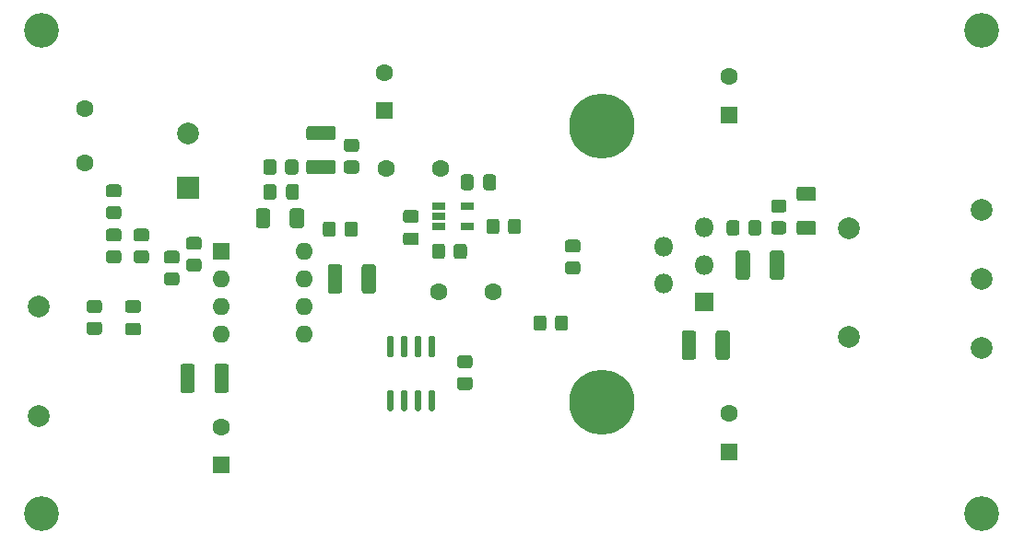
<source format=gbr>
G04 #@! TF.GenerationSoftware,KiCad,Pcbnew,(5.1.9-0-10_14)*
G04 #@! TF.CreationDate,2021-02-21T16:21:15+01:00*
G04 #@! TF.ProjectId,lt1115-phono-mm-mc,6c743131-3135-42d7-9068-6f6e6f2d6d6d,rev?*
G04 #@! TF.SameCoordinates,Original*
G04 #@! TF.FileFunction,Soldermask,Top*
G04 #@! TF.FilePolarity,Negative*
%FSLAX46Y46*%
G04 Gerber Fmt 4.6, Leading zero omitted, Abs format (unit mm)*
G04 Created by KiCad (PCBNEW (5.1.9-0-10_14)) date 2021-02-21 16:21:15*
%MOMM*%
%LPD*%
G01*
G04 APERTURE LIST*
%ADD10C,3.200000*%
%ADD11R,1.220000X0.650000*%
%ADD12O,1.800000X1.800000*%
%ADD13R,1.800000X1.800000*%
%ADD14O,1.600000X1.600000*%
%ADD15R,1.600000X1.600000*%
%ADD16C,2.000000*%
%ADD17C,6.000000*%
%ADD18C,1.600000*%
%ADD19R,2.000000X2.000000*%
G04 APERTURE END LIST*
D10*
X171450000Y-138430000D03*
X85090000Y-138430000D03*
X171450000Y-93980000D03*
X85090000Y-93980000D03*
D11*
X124206000Y-110114000D03*
X124206000Y-112014000D03*
X121586000Y-112014000D03*
X121586000Y-111064000D03*
X121586000Y-110114000D03*
D12*
X145923000Y-112135500D03*
X142223000Y-113835500D03*
X145923000Y-115535500D03*
X142223000Y-117235500D03*
D13*
X145923000Y-118935500D03*
G36*
G01*
X120754000Y-127041000D02*
X121054000Y-127041000D01*
G75*
G02*
X121204000Y-127191000I0J-150000D01*
G01*
X121204000Y-128841000D01*
G75*
G02*
X121054000Y-128991000I-150000J0D01*
G01*
X120754000Y-128991000D01*
G75*
G02*
X120604000Y-128841000I0J150000D01*
G01*
X120604000Y-127191000D01*
G75*
G02*
X120754000Y-127041000I150000J0D01*
G01*
G37*
G36*
G01*
X119484000Y-127041000D02*
X119784000Y-127041000D01*
G75*
G02*
X119934000Y-127191000I0J-150000D01*
G01*
X119934000Y-128841000D01*
G75*
G02*
X119784000Y-128991000I-150000J0D01*
G01*
X119484000Y-128991000D01*
G75*
G02*
X119334000Y-128841000I0J150000D01*
G01*
X119334000Y-127191000D01*
G75*
G02*
X119484000Y-127041000I150000J0D01*
G01*
G37*
G36*
G01*
X118214000Y-127041000D02*
X118514000Y-127041000D01*
G75*
G02*
X118664000Y-127191000I0J-150000D01*
G01*
X118664000Y-128841000D01*
G75*
G02*
X118514000Y-128991000I-150000J0D01*
G01*
X118214000Y-128991000D01*
G75*
G02*
X118064000Y-128841000I0J150000D01*
G01*
X118064000Y-127191000D01*
G75*
G02*
X118214000Y-127041000I150000J0D01*
G01*
G37*
G36*
G01*
X116944000Y-127041000D02*
X117244000Y-127041000D01*
G75*
G02*
X117394000Y-127191000I0J-150000D01*
G01*
X117394000Y-128841000D01*
G75*
G02*
X117244000Y-128991000I-150000J0D01*
G01*
X116944000Y-128991000D01*
G75*
G02*
X116794000Y-128841000I0J150000D01*
G01*
X116794000Y-127191000D01*
G75*
G02*
X116944000Y-127041000I150000J0D01*
G01*
G37*
G36*
G01*
X116944000Y-122091000D02*
X117244000Y-122091000D01*
G75*
G02*
X117394000Y-122241000I0J-150000D01*
G01*
X117394000Y-123891000D01*
G75*
G02*
X117244000Y-124041000I-150000J0D01*
G01*
X116944000Y-124041000D01*
G75*
G02*
X116794000Y-123891000I0J150000D01*
G01*
X116794000Y-122241000D01*
G75*
G02*
X116944000Y-122091000I150000J0D01*
G01*
G37*
G36*
G01*
X118214000Y-122091000D02*
X118514000Y-122091000D01*
G75*
G02*
X118664000Y-122241000I0J-150000D01*
G01*
X118664000Y-123891000D01*
G75*
G02*
X118514000Y-124041000I-150000J0D01*
G01*
X118214000Y-124041000D01*
G75*
G02*
X118064000Y-123891000I0J150000D01*
G01*
X118064000Y-122241000D01*
G75*
G02*
X118214000Y-122091000I150000J0D01*
G01*
G37*
G36*
G01*
X119484000Y-122091000D02*
X119784000Y-122091000D01*
G75*
G02*
X119934000Y-122241000I0J-150000D01*
G01*
X119934000Y-123891000D01*
G75*
G02*
X119784000Y-124041000I-150000J0D01*
G01*
X119484000Y-124041000D01*
G75*
G02*
X119334000Y-123891000I0J150000D01*
G01*
X119334000Y-122241000D01*
G75*
G02*
X119484000Y-122091000I150000J0D01*
G01*
G37*
G36*
G01*
X120754000Y-122091000D02*
X121054000Y-122091000D01*
G75*
G02*
X121204000Y-122241000I0J-150000D01*
G01*
X121204000Y-123891000D01*
G75*
G02*
X121054000Y-124041000I-150000J0D01*
G01*
X120754000Y-124041000D01*
G75*
G02*
X120604000Y-123891000I0J150000D01*
G01*
X120604000Y-122241000D01*
G75*
G02*
X120754000Y-122091000I150000J0D01*
G01*
G37*
D14*
X109220000Y-114300000D03*
X101600000Y-121920000D03*
X109220000Y-116840000D03*
X101600000Y-119380000D03*
X109220000Y-119380000D03*
X101600000Y-116840000D03*
X109220000Y-121920000D03*
D15*
X101600000Y-114300000D03*
G36*
G01*
X127924000Y-112464001D02*
X127924000Y-111563999D01*
G75*
G02*
X128173999Y-111314000I249999J0D01*
G01*
X128874001Y-111314000D01*
G75*
G02*
X129124000Y-111563999I0J-249999D01*
G01*
X129124000Y-112464001D01*
G75*
G02*
X128874001Y-112714000I-249999J0D01*
G01*
X128173999Y-112714000D01*
G75*
G02*
X127924000Y-112464001I0J249999D01*
G01*
G37*
G36*
G01*
X125924000Y-112464001D02*
X125924000Y-111563999D01*
G75*
G02*
X126173999Y-111314000I249999J0D01*
G01*
X126874001Y-111314000D01*
G75*
G02*
X127124000Y-111563999I0J-249999D01*
G01*
X127124000Y-112464001D01*
G75*
G02*
X126874001Y-112714000I-249999J0D01*
G01*
X126173999Y-112714000D01*
G75*
G02*
X125924000Y-112464001I0J249999D01*
G01*
G37*
G36*
G01*
X122939000Y-114750001D02*
X122939000Y-113849999D01*
G75*
G02*
X123188999Y-113600000I249999J0D01*
G01*
X123889001Y-113600000D01*
G75*
G02*
X124139000Y-113849999I0J-249999D01*
G01*
X124139000Y-114750001D01*
G75*
G02*
X123889001Y-115000000I-249999J0D01*
G01*
X123188999Y-115000000D01*
G75*
G02*
X122939000Y-114750001I0J249999D01*
G01*
G37*
G36*
G01*
X120939000Y-114750001D02*
X120939000Y-113849999D01*
G75*
G02*
X121188999Y-113600000I249999J0D01*
G01*
X121889001Y-113600000D01*
G75*
G02*
X122139000Y-113849999I0J-249999D01*
G01*
X122139000Y-114750001D01*
G75*
G02*
X121889001Y-115000000I-249999J0D01*
G01*
X121188999Y-115000000D01*
G75*
G02*
X120939000Y-114750001I0J249999D01*
G01*
G37*
G36*
G01*
X153231001Y-110741000D02*
X152330999Y-110741000D01*
G75*
G02*
X152081000Y-110491001I0J249999D01*
G01*
X152081000Y-109790999D01*
G75*
G02*
X152330999Y-109541000I249999J0D01*
G01*
X153231001Y-109541000D01*
G75*
G02*
X153481000Y-109790999I0J-249999D01*
G01*
X153481000Y-110491001D01*
G75*
G02*
X153231001Y-110741000I-249999J0D01*
G01*
G37*
G36*
G01*
X153231001Y-112741000D02*
X152330999Y-112741000D01*
G75*
G02*
X152081000Y-112491001I0J249999D01*
G01*
X152081000Y-111790999D01*
G75*
G02*
X152330999Y-111541000I249999J0D01*
G01*
X153231001Y-111541000D01*
G75*
G02*
X153481000Y-111790999I0J-249999D01*
G01*
X153481000Y-112491001D01*
G75*
G02*
X153231001Y-112741000I-249999J0D01*
G01*
G37*
G36*
G01*
X149190000Y-111690999D02*
X149190000Y-112591001D01*
G75*
G02*
X148940001Y-112841000I-249999J0D01*
G01*
X148239999Y-112841000D01*
G75*
G02*
X147990000Y-112591001I0J249999D01*
G01*
X147990000Y-111690999D01*
G75*
G02*
X148239999Y-111441000I249999J0D01*
G01*
X148940001Y-111441000D01*
G75*
G02*
X149190000Y-111690999I0J-249999D01*
G01*
G37*
G36*
G01*
X151190000Y-111690999D02*
X151190000Y-112591001D01*
G75*
G02*
X150940001Y-112841000I-249999J0D01*
G01*
X150239999Y-112841000D01*
G75*
G02*
X149990000Y-112591001I0J249999D01*
G01*
X149990000Y-111690999D01*
G75*
G02*
X150239999Y-111441000I249999J0D01*
G01*
X150940001Y-111441000D01*
G75*
G02*
X151190000Y-111690999I0J-249999D01*
G01*
G37*
G36*
G01*
X134308001Y-114424000D02*
X133407999Y-114424000D01*
G75*
G02*
X133158000Y-114174001I0J249999D01*
G01*
X133158000Y-113473999D01*
G75*
G02*
X133407999Y-113224000I249999J0D01*
G01*
X134308001Y-113224000D01*
G75*
G02*
X134558000Y-113473999I0J-249999D01*
G01*
X134558000Y-114174001D01*
G75*
G02*
X134308001Y-114424000I-249999J0D01*
G01*
G37*
G36*
G01*
X134308001Y-116424000D02*
X133407999Y-116424000D01*
G75*
G02*
X133158000Y-116174001I0J249999D01*
G01*
X133158000Y-115473999D01*
G75*
G02*
X133407999Y-115224000I249999J0D01*
G01*
X134308001Y-115224000D01*
G75*
G02*
X134558000Y-115473999I0J-249999D01*
G01*
X134558000Y-116174001D01*
G75*
G02*
X134308001Y-116424000I-249999J0D01*
G01*
G37*
G36*
G01*
X131442000Y-120453999D02*
X131442000Y-121354001D01*
G75*
G02*
X131192001Y-121604000I-249999J0D01*
G01*
X130491999Y-121604000D01*
G75*
G02*
X130242000Y-121354001I0J249999D01*
G01*
X130242000Y-120453999D01*
G75*
G02*
X130491999Y-120204000I249999J0D01*
G01*
X131192001Y-120204000D01*
G75*
G02*
X131442000Y-120453999I0J-249999D01*
G01*
G37*
G36*
G01*
X133442000Y-120453999D02*
X133442000Y-121354001D01*
G75*
G02*
X133192001Y-121604000I-249999J0D01*
G01*
X132491999Y-121604000D01*
G75*
G02*
X132242000Y-121354001I0J249999D01*
G01*
X132242000Y-120453999D01*
G75*
G02*
X132491999Y-120204000I249999J0D01*
G01*
X133192001Y-120204000D01*
G75*
G02*
X133442000Y-120453999I0J-249999D01*
G01*
G37*
G36*
G01*
X113087999Y-105953000D02*
X113988001Y-105953000D01*
G75*
G02*
X114238000Y-106202999I0J-249999D01*
G01*
X114238000Y-106903001D01*
G75*
G02*
X113988001Y-107153000I-249999J0D01*
G01*
X113087999Y-107153000D01*
G75*
G02*
X112838000Y-106903001I0J249999D01*
G01*
X112838000Y-106202999D01*
G75*
G02*
X113087999Y-105953000I249999J0D01*
G01*
G37*
G36*
G01*
X113087999Y-103953000D02*
X113988001Y-103953000D01*
G75*
G02*
X114238000Y-104202999I0J-249999D01*
G01*
X114238000Y-104903001D01*
G75*
G02*
X113988001Y-105153000I-249999J0D01*
G01*
X113087999Y-105153000D01*
G75*
G02*
X112838000Y-104903001I0J249999D01*
G01*
X112838000Y-104202999D01*
G75*
G02*
X113087999Y-103953000I249999J0D01*
G01*
G37*
G36*
G01*
X123501999Y-125860000D02*
X124402001Y-125860000D01*
G75*
G02*
X124652000Y-126109999I0J-249999D01*
G01*
X124652000Y-126810001D01*
G75*
G02*
X124402001Y-127060000I-249999J0D01*
G01*
X123501999Y-127060000D01*
G75*
G02*
X123252000Y-126810001I0J249999D01*
G01*
X123252000Y-126109999D01*
G75*
G02*
X123501999Y-125860000I249999J0D01*
G01*
G37*
G36*
G01*
X123501999Y-123860000D02*
X124402001Y-123860000D01*
G75*
G02*
X124652000Y-124109999I0J-249999D01*
G01*
X124652000Y-124810001D01*
G75*
G02*
X124402001Y-125060000I-249999J0D01*
G01*
X123501999Y-125060000D01*
G75*
G02*
X123252000Y-124810001I0J249999D01*
G01*
X123252000Y-124109999D01*
G75*
G02*
X123501999Y-123860000I249999J0D01*
G01*
G37*
G36*
G01*
X91243999Y-110144000D02*
X92144001Y-110144000D01*
G75*
G02*
X92394000Y-110393999I0J-249999D01*
G01*
X92394000Y-111094001D01*
G75*
G02*
X92144001Y-111344000I-249999J0D01*
G01*
X91243999Y-111344000D01*
G75*
G02*
X90994000Y-111094001I0J249999D01*
G01*
X90994000Y-110393999D01*
G75*
G02*
X91243999Y-110144000I249999J0D01*
G01*
G37*
G36*
G01*
X91243999Y-108144000D02*
X92144001Y-108144000D01*
G75*
G02*
X92394000Y-108393999I0J-249999D01*
G01*
X92394000Y-109094001D01*
G75*
G02*
X92144001Y-109344000I-249999J0D01*
G01*
X91243999Y-109344000D01*
G75*
G02*
X90994000Y-109094001I0J249999D01*
G01*
X90994000Y-108393999D01*
G75*
G02*
X91243999Y-108144000I249999J0D01*
G01*
G37*
G36*
G01*
X106645000Y-106102999D02*
X106645000Y-107003001D01*
G75*
G02*
X106395001Y-107253000I-249999J0D01*
G01*
X105694999Y-107253000D01*
G75*
G02*
X105445000Y-107003001I0J249999D01*
G01*
X105445000Y-106102999D01*
G75*
G02*
X105694999Y-105853000I249999J0D01*
G01*
X106395001Y-105853000D01*
G75*
G02*
X106645000Y-106102999I0J-249999D01*
G01*
G37*
G36*
G01*
X108645000Y-106102999D02*
X108645000Y-107003001D01*
G75*
G02*
X108395001Y-107253000I-249999J0D01*
G01*
X107694999Y-107253000D01*
G75*
G02*
X107445000Y-107003001I0J249999D01*
G01*
X107445000Y-106102999D01*
G75*
G02*
X107694999Y-105853000I249999J0D01*
G01*
X108395001Y-105853000D01*
G75*
G02*
X108645000Y-106102999I0J-249999D01*
G01*
G37*
G36*
G01*
X112106000Y-111817999D02*
X112106000Y-112718001D01*
G75*
G02*
X111856001Y-112968000I-249999J0D01*
G01*
X111155999Y-112968000D01*
G75*
G02*
X110906000Y-112718001I0J249999D01*
G01*
X110906000Y-111817999D01*
G75*
G02*
X111155999Y-111568000I249999J0D01*
G01*
X111856001Y-111568000D01*
G75*
G02*
X112106000Y-111817999I0J-249999D01*
G01*
G37*
G36*
G01*
X114106000Y-111817999D02*
X114106000Y-112718001D01*
G75*
G02*
X113856001Y-112968000I-249999J0D01*
G01*
X113155999Y-112968000D01*
G75*
G02*
X112906000Y-112718001I0J249999D01*
G01*
X112906000Y-111817999D01*
G75*
G02*
X113155999Y-111568000I249999J0D01*
G01*
X113856001Y-111568000D01*
G75*
G02*
X114106000Y-111817999I0J-249999D01*
G01*
G37*
G36*
G01*
X98609999Y-114970000D02*
X99510001Y-114970000D01*
G75*
G02*
X99760000Y-115219999I0J-249999D01*
G01*
X99760000Y-115920001D01*
G75*
G02*
X99510001Y-116170000I-249999J0D01*
G01*
X98609999Y-116170000D01*
G75*
G02*
X98360000Y-115920001I0J249999D01*
G01*
X98360000Y-115219999D01*
G75*
G02*
X98609999Y-114970000I249999J0D01*
G01*
G37*
G36*
G01*
X98609999Y-112970000D02*
X99510001Y-112970000D01*
G75*
G02*
X99760000Y-113219999I0J-249999D01*
G01*
X99760000Y-113920001D01*
G75*
G02*
X99510001Y-114170000I-249999J0D01*
G01*
X98609999Y-114170000D01*
G75*
G02*
X98360000Y-113920001I0J249999D01*
G01*
X98360000Y-113219999D01*
G75*
G02*
X98609999Y-112970000I249999J0D01*
G01*
G37*
G36*
G01*
X92144001Y-113408000D02*
X91243999Y-113408000D01*
G75*
G02*
X90994000Y-113158001I0J249999D01*
G01*
X90994000Y-112457999D01*
G75*
G02*
X91243999Y-112208000I249999J0D01*
G01*
X92144001Y-112208000D01*
G75*
G02*
X92394000Y-112457999I0J-249999D01*
G01*
X92394000Y-113158001D01*
G75*
G02*
X92144001Y-113408000I-249999J0D01*
G01*
G37*
G36*
G01*
X92144001Y-115408000D02*
X91243999Y-115408000D01*
G75*
G02*
X90994000Y-115158001I0J249999D01*
G01*
X90994000Y-114457999D01*
G75*
G02*
X91243999Y-114208000I249999J0D01*
G01*
X92144001Y-114208000D01*
G75*
G02*
X92394000Y-114457999I0J-249999D01*
G01*
X92394000Y-115158001D01*
G75*
G02*
X92144001Y-115408000I-249999J0D01*
G01*
G37*
G36*
G01*
X94684001Y-113408000D02*
X93783999Y-113408000D01*
G75*
G02*
X93534000Y-113158001I0J249999D01*
G01*
X93534000Y-112457999D01*
G75*
G02*
X93783999Y-112208000I249999J0D01*
G01*
X94684001Y-112208000D01*
G75*
G02*
X94934000Y-112457999I0J-249999D01*
G01*
X94934000Y-113158001D01*
G75*
G02*
X94684001Y-113408000I-249999J0D01*
G01*
G37*
G36*
G01*
X94684001Y-115408000D02*
X93783999Y-115408000D01*
G75*
G02*
X93534000Y-115158001I0J249999D01*
G01*
X93534000Y-114457999D01*
G75*
G02*
X93783999Y-114208000I249999J0D01*
G01*
X94684001Y-114208000D01*
G75*
G02*
X94934000Y-114457999I0J-249999D01*
G01*
X94934000Y-115158001D01*
G75*
G02*
X94684001Y-115408000I-249999J0D01*
G01*
G37*
G36*
G01*
X97478001Y-115440000D02*
X96577999Y-115440000D01*
G75*
G02*
X96328000Y-115190001I0J249999D01*
G01*
X96328000Y-114489999D01*
G75*
G02*
X96577999Y-114240000I249999J0D01*
G01*
X97478001Y-114240000D01*
G75*
G02*
X97728000Y-114489999I0J-249999D01*
G01*
X97728000Y-115190001D01*
G75*
G02*
X97478001Y-115440000I-249999J0D01*
G01*
G37*
G36*
G01*
X97478001Y-117440000D02*
X96577999Y-117440000D01*
G75*
G02*
X96328000Y-117190001I0J249999D01*
G01*
X96328000Y-116489999D01*
G75*
G02*
X96577999Y-116240000I249999J0D01*
G01*
X97478001Y-116240000D01*
G75*
G02*
X97728000Y-116489999I0J-249999D01*
G01*
X97728000Y-117190001D01*
G75*
G02*
X97478001Y-117440000I-249999J0D01*
G01*
G37*
G36*
G01*
X89465999Y-120780000D02*
X90366001Y-120780000D01*
G75*
G02*
X90616000Y-121029999I0J-249999D01*
G01*
X90616000Y-121730001D01*
G75*
G02*
X90366001Y-121980000I-249999J0D01*
G01*
X89465999Y-121980000D01*
G75*
G02*
X89216000Y-121730001I0J249999D01*
G01*
X89216000Y-121029999D01*
G75*
G02*
X89465999Y-120780000I249999J0D01*
G01*
G37*
G36*
G01*
X89465999Y-118780000D02*
X90366001Y-118780000D01*
G75*
G02*
X90616000Y-119029999I0J-249999D01*
G01*
X90616000Y-119730001D01*
G75*
G02*
X90366001Y-119980000I-249999J0D01*
G01*
X89465999Y-119980000D01*
G75*
G02*
X89216000Y-119730001I0J249999D01*
G01*
X89216000Y-119029999D01*
G75*
G02*
X89465999Y-118780000I249999J0D01*
G01*
G37*
D16*
X159258000Y-122174000D03*
X159258000Y-112141000D03*
X171450000Y-123190000D03*
X171450000Y-116840000D03*
X171450000Y-110490000D03*
X84836000Y-129413000D03*
X84836000Y-119380000D03*
D17*
X136525000Y-128143000D03*
X136525000Y-102743000D03*
D18*
X121539000Y-117983000D03*
X126539000Y-117983000D03*
G36*
G01*
X119474000Y-111669500D02*
X118524000Y-111669500D01*
G75*
G02*
X118274000Y-111419500I0J250000D01*
G01*
X118274000Y-110744500D01*
G75*
G02*
X118524000Y-110494500I250000J0D01*
G01*
X119474000Y-110494500D01*
G75*
G02*
X119724000Y-110744500I0J-250000D01*
G01*
X119724000Y-111419500D01*
G75*
G02*
X119474000Y-111669500I-250000J0D01*
G01*
G37*
G36*
G01*
X119474000Y-113744500D02*
X118524000Y-113744500D01*
G75*
G02*
X118274000Y-113494500I0J250000D01*
G01*
X118274000Y-112819500D01*
G75*
G02*
X118524000Y-112569500I250000J0D01*
G01*
X119474000Y-112569500D01*
G75*
G02*
X119724000Y-112819500I0J-250000D01*
G01*
X119724000Y-113494500D01*
G75*
G02*
X119474000Y-113744500I-250000J0D01*
G01*
G37*
G36*
G01*
X125650500Y-108425000D02*
X125650500Y-107475000D01*
G75*
G02*
X125900500Y-107225000I250000J0D01*
G01*
X126575500Y-107225000D01*
G75*
G02*
X126825500Y-107475000I0J-250000D01*
G01*
X126825500Y-108425000D01*
G75*
G02*
X126575500Y-108675000I-250000J0D01*
G01*
X125900500Y-108675000D01*
G75*
G02*
X125650500Y-108425000I0J250000D01*
G01*
G37*
G36*
G01*
X123575500Y-108425000D02*
X123575500Y-107475000D01*
G75*
G02*
X123825500Y-107225000I250000J0D01*
G01*
X124500500Y-107225000D01*
G75*
G02*
X124750500Y-107475000I0J-250000D01*
G01*
X124750500Y-108425000D01*
G75*
G02*
X124500500Y-108675000I-250000J0D01*
G01*
X123825500Y-108675000D01*
G75*
G02*
X123575500Y-108425000I0J250000D01*
G01*
G37*
X121713000Y-106680000D03*
X116713000Y-106680000D03*
G36*
G01*
X155971002Y-109678500D02*
X154670998Y-109678500D01*
G75*
G02*
X154421000Y-109428502I0J249998D01*
G01*
X154421000Y-108603498D01*
G75*
G02*
X154670998Y-108353500I249998J0D01*
G01*
X155971002Y-108353500D01*
G75*
G02*
X156221000Y-108603498I0J-249998D01*
G01*
X156221000Y-109428502D01*
G75*
G02*
X155971002Y-109678500I-249998J0D01*
G01*
G37*
G36*
G01*
X155971002Y-112803500D02*
X154670998Y-112803500D01*
G75*
G02*
X154421000Y-112553502I0J249998D01*
G01*
X154421000Y-111728498D01*
G75*
G02*
X154670998Y-111478500I249998J0D01*
G01*
X155971002Y-111478500D01*
G75*
G02*
X156221000Y-111728498I0J-249998D01*
G01*
X156221000Y-112553502D01*
G75*
G02*
X155971002Y-112803500I-249998J0D01*
G01*
G37*
X148209000Y-129215000D03*
D15*
X148209000Y-132715000D03*
G36*
G01*
X150141500Y-114469998D02*
X150141500Y-116670002D01*
G75*
G02*
X149891502Y-116920000I-249998J0D01*
G01*
X149066498Y-116920000D01*
G75*
G02*
X148816500Y-116670002I0J249998D01*
G01*
X148816500Y-114469998D01*
G75*
G02*
X149066498Y-114220000I249998J0D01*
G01*
X149891502Y-114220000D01*
G75*
G02*
X150141500Y-114469998I0J-249998D01*
G01*
G37*
G36*
G01*
X153266500Y-114469998D02*
X153266500Y-116670002D01*
G75*
G02*
X153016502Y-116920000I-249998J0D01*
G01*
X152191498Y-116920000D01*
G75*
G02*
X151941500Y-116670002I0J249998D01*
G01*
X151941500Y-114469998D01*
G75*
G02*
X152191498Y-114220000I249998J0D01*
G01*
X153016502Y-114220000D01*
G75*
G02*
X153266500Y-114469998I0J-249998D01*
G01*
G37*
G36*
G01*
X146988500Y-124036002D02*
X146988500Y-121835998D01*
G75*
G02*
X147238498Y-121586000I249998J0D01*
G01*
X148063502Y-121586000D01*
G75*
G02*
X148313500Y-121835998I0J-249998D01*
G01*
X148313500Y-124036002D01*
G75*
G02*
X148063502Y-124286000I-249998J0D01*
G01*
X147238498Y-124286000D01*
G75*
G02*
X146988500Y-124036002I0J249998D01*
G01*
G37*
G36*
G01*
X143863500Y-124036002D02*
X143863500Y-121835998D01*
G75*
G02*
X144113498Y-121586000I249998J0D01*
G01*
X144938502Y-121586000D01*
G75*
G02*
X145188500Y-121835998I0J-249998D01*
G01*
X145188500Y-124036002D01*
G75*
G02*
X144938502Y-124286000I-249998J0D01*
G01*
X144113498Y-124286000D01*
G75*
G02*
X143863500Y-124036002I0J249998D01*
G01*
G37*
D18*
X148209000Y-98227000D03*
D15*
X148209000Y-101727000D03*
G36*
G01*
X109643998Y-105890500D02*
X111844002Y-105890500D01*
G75*
G02*
X112094000Y-106140498I0J-249998D01*
G01*
X112094000Y-106965502D01*
G75*
G02*
X111844002Y-107215500I-249998J0D01*
G01*
X109643998Y-107215500D01*
G75*
G02*
X109394000Y-106965502I0J249998D01*
G01*
X109394000Y-106140498D01*
G75*
G02*
X109643998Y-105890500I249998J0D01*
G01*
G37*
G36*
G01*
X109643998Y-102765500D02*
X111844002Y-102765500D01*
G75*
G02*
X112094000Y-103015498I0J-249998D01*
G01*
X112094000Y-103840502D01*
G75*
G02*
X111844002Y-104090500I-249998J0D01*
G01*
X109643998Y-104090500D01*
G75*
G02*
X109394000Y-103840502I0J249998D01*
G01*
X109394000Y-103015498D01*
G75*
G02*
X109643998Y-102765500I249998J0D01*
G01*
G37*
G36*
G01*
X106072500Y-110601998D02*
X106072500Y-111902002D01*
G75*
G02*
X105822502Y-112152000I-249998J0D01*
G01*
X104997498Y-112152000D01*
G75*
G02*
X104747500Y-111902002I0J249998D01*
G01*
X104747500Y-110601998D01*
G75*
G02*
X104997498Y-110352000I249998J0D01*
G01*
X105822502Y-110352000D01*
G75*
G02*
X106072500Y-110601998I0J-249998D01*
G01*
G37*
G36*
G01*
X109197500Y-110601998D02*
X109197500Y-111902002D01*
G75*
G02*
X108947502Y-112152000I-249998J0D01*
G01*
X108122498Y-112152000D01*
G75*
G02*
X107872500Y-111902002I0J249998D01*
G01*
X107872500Y-110601998D01*
G75*
G02*
X108122498Y-110352000I249998J0D01*
G01*
X108947502Y-110352000D01*
G75*
G02*
X109197500Y-110601998I0J-249998D01*
G01*
G37*
G36*
G01*
X106632500Y-108364000D02*
X106632500Y-109314000D01*
G75*
G02*
X106382500Y-109564000I-250000J0D01*
G01*
X105707500Y-109564000D01*
G75*
G02*
X105457500Y-109314000I0J250000D01*
G01*
X105457500Y-108364000D01*
G75*
G02*
X105707500Y-108114000I250000J0D01*
G01*
X106382500Y-108114000D01*
G75*
G02*
X106632500Y-108364000I0J-250000D01*
G01*
G37*
G36*
G01*
X108707500Y-108364000D02*
X108707500Y-109314000D01*
G75*
G02*
X108457500Y-109564000I-250000J0D01*
G01*
X107782500Y-109564000D01*
G75*
G02*
X107532500Y-109314000I0J250000D01*
G01*
X107532500Y-108364000D01*
G75*
G02*
X107782500Y-108114000I250000J0D01*
G01*
X108457500Y-108114000D01*
G75*
G02*
X108707500Y-108364000I0J-250000D01*
G01*
G37*
D18*
X101600000Y-130429000D03*
D15*
X101600000Y-133929000D03*
G36*
G01*
X100937500Y-127084002D02*
X100937500Y-124883998D01*
G75*
G02*
X101187498Y-124634000I249998J0D01*
G01*
X102012502Y-124634000D01*
G75*
G02*
X102262500Y-124883998I0J-249998D01*
G01*
X102262500Y-127084002D01*
G75*
G02*
X102012502Y-127334000I-249998J0D01*
G01*
X101187498Y-127334000D01*
G75*
G02*
X100937500Y-127084002I0J249998D01*
G01*
G37*
G36*
G01*
X97812500Y-127084002D02*
X97812500Y-124883998D01*
G75*
G02*
X98062498Y-124634000I249998J0D01*
G01*
X98887502Y-124634000D01*
G75*
G02*
X99137500Y-124883998I0J-249998D01*
G01*
X99137500Y-127084002D01*
G75*
G02*
X98887502Y-127334000I-249998J0D01*
G01*
X98062498Y-127334000D01*
G75*
G02*
X97812500Y-127084002I0J249998D01*
G01*
G37*
G36*
G01*
X114476500Y-117940002D02*
X114476500Y-115739998D01*
G75*
G02*
X114726498Y-115490000I249998J0D01*
G01*
X115551502Y-115490000D01*
G75*
G02*
X115801500Y-115739998I0J-249998D01*
G01*
X115801500Y-117940002D01*
G75*
G02*
X115551502Y-118190000I-249998J0D01*
G01*
X114726498Y-118190000D01*
G75*
G02*
X114476500Y-117940002I0J249998D01*
G01*
G37*
G36*
G01*
X111351500Y-117940002D02*
X111351500Y-115739998D01*
G75*
G02*
X111601498Y-115490000I249998J0D01*
G01*
X112426502Y-115490000D01*
G75*
G02*
X112676500Y-115739998I0J-249998D01*
G01*
X112676500Y-117940002D01*
G75*
G02*
X112426502Y-118190000I-249998J0D01*
G01*
X111601498Y-118190000D01*
G75*
G02*
X111351500Y-117940002I0J249998D01*
G01*
G37*
D18*
X116586000Y-97846000D03*
D15*
X116586000Y-101346000D03*
D16*
X98552000Y-103458000D03*
D19*
X98552000Y-108458000D03*
D18*
X89027000Y-106172000D03*
X89027000Y-101172000D03*
G36*
G01*
X92997000Y-120867500D02*
X93947000Y-120867500D01*
G75*
G02*
X94197000Y-121117500I0J-250000D01*
G01*
X94197000Y-121792500D01*
G75*
G02*
X93947000Y-122042500I-250000J0D01*
G01*
X92997000Y-122042500D01*
G75*
G02*
X92747000Y-121792500I0J250000D01*
G01*
X92747000Y-121117500D01*
G75*
G02*
X92997000Y-120867500I250000J0D01*
G01*
G37*
G36*
G01*
X92997000Y-118792500D02*
X93947000Y-118792500D01*
G75*
G02*
X94197000Y-119042500I0J-250000D01*
G01*
X94197000Y-119717500D01*
G75*
G02*
X93947000Y-119967500I-250000J0D01*
G01*
X92997000Y-119967500D01*
G75*
G02*
X92747000Y-119717500I0J250000D01*
G01*
X92747000Y-119042500D01*
G75*
G02*
X92997000Y-118792500I250000J0D01*
G01*
G37*
M02*

</source>
